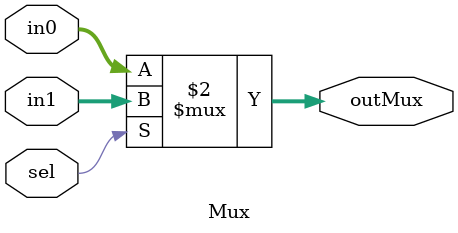
<source format=v>

module Mux (outMux, in0, in1, sel);
  output [31:0] outMux;
  input [31:0] in0, in1;
  input sel;
  
  assign outMux = (sel == 0) ? in0 : in1;
endmodule // Mux
</source>
